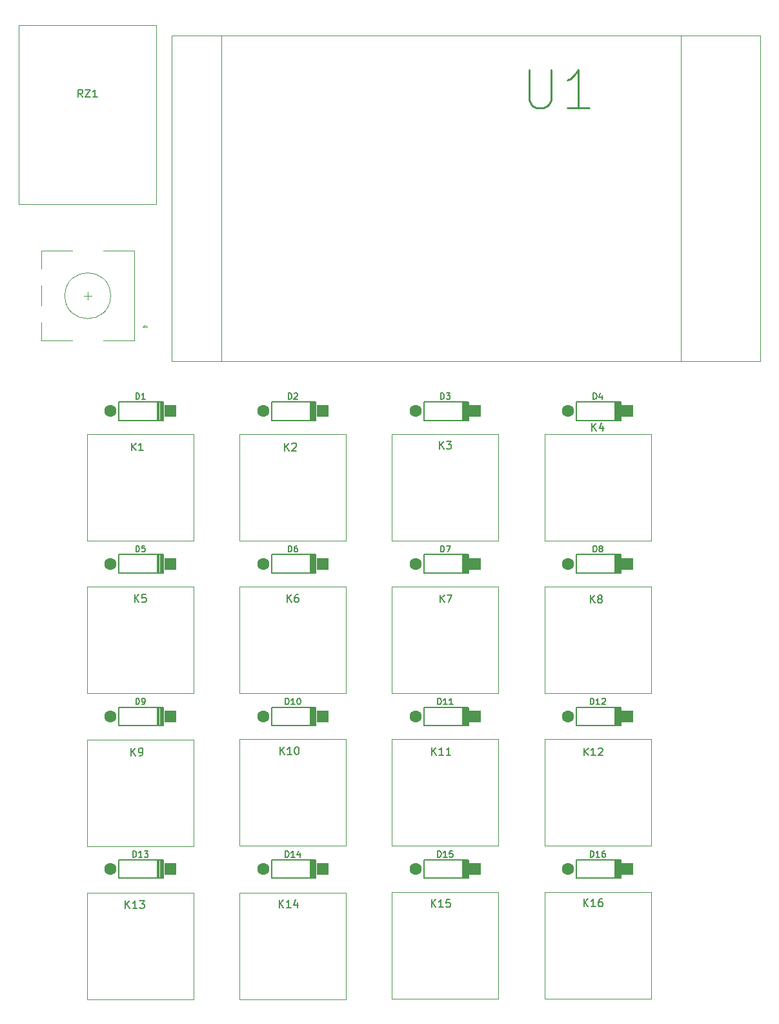
<source format=gbr>
%TF.GenerationSoftware,KiCad,Pcbnew,(6.0.4)*%
%TF.CreationDate,2022-05-01T23:44:28+08:00*%
%TF.ProjectId,RP2040_16Key_ili9341_LCD_keypad,52503230-3430-45f3-9136-4b65795f696c,rev?*%
%TF.SameCoordinates,Original*%
%TF.FileFunction,Legend,Top*%
%TF.FilePolarity,Positive*%
%FSLAX46Y46*%
G04 Gerber Fmt 4.6, Leading zero omitted, Abs format (unit mm)*
G04 Created by KiCad (PCBNEW (6.0.4)) date 2022-05-01 23:44:28*
%MOMM*%
%LPD*%
G01*
G04 APERTURE LIST*
%ADD10C,0.150000*%
%ADD11C,0.250000*%
%ADD12C,0.120000*%
%ADD13C,0.200000*%
%ADD14R,1.600000X1.600000*%
%ADD15C,1.600000*%
G04 APERTURE END LIST*
D10*
%TO.C,K4*%
X121948571Y-88838380D02*
X121948571Y-87838380D01*
X122520000Y-88838380D02*
X122091428Y-88266952D01*
X122520000Y-87838380D02*
X121948571Y-88409809D01*
X123377143Y-88171714D02*
X123377143Y-88838380D01*
X123139047Y-87790761D02*
X122900952Y-88505047D01*
X123520000Y-88505047D01*
%TO.C,D7*%
X102096190Y-104696904D02*
X102096190Y-103896904D01*
X102286667Y-103896904D01*
X102400952Y-103935000D01*
X102477143Y-104011190D01*
X102515238Y-104087380D01*
X102553333Y-104239761D01*
X102553333Y-104354047D01*
X102515238Y-104506428D01*
X102477143Y-104582619D01*
X102400952Y-104658809D01*
X102286667Y-104696904D01*
X102096190Y-104696904D01*
X102820000Y-103896904D02*
X103353333Y-103896904D01*
X103010476Y-104696904D01*
%TO.C,D14*%
X81715238Y-144696904D02*
X81715238Y-143896904D01*
X81905714Y-143896904D01*
X82020000Y-143935000D01*
X82096190Y-144011190D01*
X82134286Y-144087380D01*
X82172381Y-144239761D01*
X82172381Y-144354047D01*
X82134286Y-144506428D01*
X82096190Y-144582619D01*
X82020000Y-144658809D01*
X81905714Y-144696904D01*
X81715238Y-144696904D01*
X82934286Y-144696904D02*
X82477143Y-144696904D01*
X82705714Y-144696904D02*
X82705714Y-143896904D01*
X82629524Y-144011190D01*
X82553333Y-144087380D01*
X82477143Y-144125476D01*
X83620000Y-144163571D02*
X83620000Y-144696904D01*
X83429524Y-143858809D02*
X83239047Y-144430238D01*
X83734286Y-144430238D01*
%TO.C,D13*%
X61715238Y-144696904D02*
X61715238Y-143896904D01*
X61905714Y-143896904D01*
X62020000Y-143935000D01*
X62096190Y-144011190D01*
X62134286Y-144087380D01*
X62172381Y-144239761D01*
X62172381Y-144354047D01*
X62134286Y-144506428D01*
X62096190Y-144582619D01*
X62020000Y-144658809D01*
X61905714Y-144696904D01*
X61715238Y-144696904D01*
X62934286Y-144696904D02*
X62477143Y-144696904D01*
X62705714Y-144696904D02*
X62705714Y-143896904D01*
X62629524Y-144011190D01*
X62553333Y-144087380D01*
X62477143Y-144125476D01*
X63200952Y-143896904D02*
X63696190Y-143896904D01*
X63429524Y-144201666D01*
X63543809Y-144201666D01*
X63620000Y-144239761D01*
X63658095Y-144277857D01*
X63696190Y-144354047D01*
X63696190Y-144544523D01*
X63658095Y-144620714D01*
X63620000Y-144658809D01*
X63543809Y-144696904D01*
X63315238Y-144696904D01*
X63239047Y-144658809D01*
X63200952Y-144620714D01*
%TO.C,D10*%
X81715238Y-124696904D02*
X81715238Y-123896904D01*
X81905714Y-123896904D01*
X82020000Y-123935000D01*
X82096190Y-124011190D01*
X82134286Y-124087380D01*
X82172381Y-124239761D01*
X82172381Y-124354047D01*
X82134286Y-124506428D01*
X82096190Y-124582619D01*
X82020000Y-124658809D01*
X81905714Y-124696904D01*
X81715238Y-124696904D01*
X82934286Y-124696904D02*
X82477143Y-124696904D01*
X82705714Y-124696904D02*
X82705714Y-123896904D01*
X82629524Y-124011190D01*
X82553333Y-124087380D01*
X82477143Y-124125476D01*
X83429524Y-123896904D02*
X83505714Y-123896904D01*
X83581905Y-123935000D01*
X83620000Y-123973095D01*
X83658095Y-124049285D01*
X83696190Y-124201666D01*
X83696190Y-124392142D01*
X83658095Y-124544523D01*
X83620000Y-124620714D01*
X83581905Y-124658809D01*
X83505714Y-124696904D01*
X83429524Y-124696904D01*
X83353333Y-124658809D01*
X83315238Y-124620714D01*
X83277143Y-124544523D01*
X83239047Y-124392142D01*
X83239047Y-124201666D01*
X83277143Y-124049285D01*
X83315238Y-123973095D01*
X83353333Y-123935000D01*
X83429524Y-123896904D01*
%TO.C,K8*%
X121741904Y-111402380D02*
X121741904Y-110402380D01*
X122313333Y-111402380D02*
X121884761Y-110830952D01*
X122313333Y-110402380D02*
X121741904Y-110973809D01*
X122884761Y-110830952D02*
X122789523Y-110783333D01*
X122741904Y-110735714D01*
X122694285Y-110640476D01*
X122694285Y-110592857D01*
X122741904Y-110497619D01*
X122789523Y-110450000D01*
X122884761Y-110402380D01*
X123075238Y-110402380D01*
X123170476Y-110450000D01*
X123218095Y-110497619D01*
X123265714Y-110592857D01*
X123265714Y-110640476D01*
X123218095Y-110735714D01*
X123170476Y-110783333D01*
X123075238Y-110830952D01*
X122884761Y-110830952D01*
X122789523Y-110878571D01*
X122741904Y-110926190D01*
X122694285Y-111021428D01*
X122694285Y-111211904D01*
X122741904Y-111307142D01*
X122789523Y-111354761D01*
X122884761Y-111402380D01*
X123075238Y-111402380D01*
X123170476Y-111354761D01*
X123218095Y-111307142D01*
X123265714Y-111211904D01*
X123265714Y-111021428D01*
X123218095Y-110926190D01*
X123170476Y-110878571D01*
X123075238Y-110830952D01*
%TO.C,D4*%
X122096190Y-84696904D02*
X122096190Y-83896904D01*
X122286667Y-83896904D01*
X122400952Y-83935000D01*
X122477143Y-84011190D01*
X122515238Y-84087380D01*
X122553333Y-84239761D01*
X122553333Y-84354047D01*
X122515238Y-84506428D01*
X122477143Y-84582619D01*
X122400952Y-84658809D01*
X122286667Y-84696904D01*
X122096190Y-84696904D01*
X123239047Y-84163571D02*
X123239047Y-84696904D01*
X123048571Y-83858809D02*
X122858095Y-84430238D01*
X123353333Y-84430238D01*
%TO.C,K5*%
X61931904Y-111302380D02*
X61931904Y-110302380D01*
X62503333Y-111302380D02*
X62074761Y-110730952D01*
X62503333Y-110302380D02*
X61931904Y-110873809D01*
X63408095Y-110302380D02*
X62931904Y-110302380D01*
X62884285Y-110778571D01*
X62931904Y-110730952D01*
X63027142Y-110683333D01*
X63265238Y-110683333D01*
X63360476Y-110730952D01*
X63408095Y-110778571D01*
X63455714Y-110873809D01*
X63455714Y-111111904D01*
X63408095Y-111207142D01*
X63360476Y-111254761D01*
X63265238Y-111302380D01*
X63027142Y-111302380D01*
X62931904Y-111254761D01*
X62884285Y-111207142D01*
%TO.C,D9*%
X62096190Y-124696904D02*
X62096190Y-123896904D01*
X62286667Y-123896904D01*
X62400952Y-123935000D01*
X62477143Y-124011190D01*
X62515238Y-124087380D01*
X62553333Y-124239761D01*
X62553333Y-124354047D01*
X62515238Y-124506428D01*
X62477143Y-124582619D01*
X62400952Y-124658809D01*
X62286667Y-124696904D01*
X62096190Y-124696904D01*
X62934286Y-124696904D02*
X63086667Y-124696904D01*
X63162857Y-124658809D01*
X63200952Y-124620714D01*
X63277143Y-124506428D01*
X63315238Y-124354047D01*
X63315238Y-124049285D01*
X63277143Y-123973095D01*
X63239047Y-123935000D01*
X63162857Y-123896904D01*
X63010476Y-123896904D01*
X62934286Y-123935000D01*
X62896190Y-123973095D01*
X62858095Y-124049285D01*
X62858095Y-124239761D01*
X62896190Y-124315952D01*
X62934286Y-124354047D01*
X63010476Y-124392142D01*
X63162857Y-124392142D01*
X63239047Y-124354047D01*
X63277143Y-124315952D01*
X63315238Y-124239761D01*
%TO.C,K11*%
X100925714Y-131332380D02*
X100925714Y-130332380D01*
X101497142Y-131332380D02*
X101068571Y-130760952D01*
X101497142Y-130332380D02*
X100925714Y-130903809D01*
X102449523Y-131332380D02*
X101878095Y-131332380D01*
X102163809Y-131332380D02*
X102163809Y-130332380D01*
X102068571Y-130475238D01*
X101973333Y-130570476D01*
X101878095Y-130618095D01*
X103401904Y-131332380D02*
X102830476Y-131332380D01*
X103116190Y-131332380D02*
X103116190Y-130332380D01*
X103020952Y-130475238D01*
X102925714Y-130570476D01*
X102830476Y-130618095D01*
%TO.C,K3*%
X101935237Y-91222380D02*
X101935237Y-90222380D01*
X102506666Y-91222380D02*
X102078094Y-90650952D01*
X102506666Y-90222380D02*
X101935237Y-90793809D01*
X102839999Y-90222380D02*
X103459047Y-90222380D01*
X103125713Y-90603333D01*
X103268571Y-90603333D01*
X103363809Y-90650952D01*
X103411428Y-90698571D01*
X103459047Y-90793809D01*
X103459047Y-91031904D01*
X103411428Y-91127142D01*
X103363809Y-91174761D01*
X103268571Y-91222380D01*
X102982856Y-91222380D01*
X102887618Y-91174761D01*
X102839999Y-91127142D01*
%TO.C,D12*%
X121715238Y-124696904D02*
X121715238Y-123896904D01*
X121905714Y-123896904D01*
X122020000Y-123935000D01*
X122096190Y-124011190D01*
X122134286Y-124087380D01*
X122172381Y-124239761D01*
X122172381Y-124354047D01*
X122134286Y-124506428D01*
X122096190Y-124582619D01*
X122020000Y-124658809D01*
X121905714Y-124696904D01*
X121715238Y-124696904D01*
X122934286Y-124696904D02*
X122477143Y-124696904D01*
X122705714Y-124696904D02*
X122705714Y-123896904D01*
X122629524Y-124011190D01*
X122553333Y-124087380D01*
X122477143Y-124125476D01*
X123239047Y-123973095D02*
X123277143Y-123935000D01*
X123353333Y-123896904D01*
X123543809Y-123896904D01*
X123620000Y-123935000D01*
X123658095Y-123973095D01*
X123696190Y-124049285D01*
X123696190Y-124125476D01*
X123658095Y-124239761D01*
X123200952Y-124696904D01*
X123696190Y-124696904D01*
%TO.C,K1*%
X61521904Y-91432380D02*
X61521904Y-90432380D01*
X62093333Y-91432380D02*
X61664761Y-90860952D01*
X62093333Y-90432380D02*
X61521904Y-91003809D01*
X63045714Y-91432380D02*
X62474285Y-91432380D01*
X62760000Y-91432380D02*
X62760000Y-90432380D01*
X62664761Y-90575238D01*
X62569523Y-90670476D01*
X62474285Y-90718095D01*
%TO.C,D1*%
X62096190Y-84696904D02*
X62096190Y-83896904D01*
X62286667Y-83896904D01*
X62400952Y-83935000D01*
X62477143Y-84011190D01*
X62515238Y-84087380D01*
X62553333Y-84239761D01*
X62553333Y-84354047D01*
X62515238Y-84506428D01*
X62477143Y-84582619D01*
X62400952Y-84658809D01*
X62286667Y-84696904D01*
X62096190Y-84696904D01*
X63315238Y-84696904D02*
X62858095Y-84696904D01*
X63086667Y-84696904D02*
X63086667Y-83896904D01*
X63010476Y-84011190D01*
X62934286Y-84087380D01*
X62858095Y-84125476D01*
%TO.C,D2*%
X82096190Y-84696904D02*
X82096190Y-83896904D01*
X82286667Y-83896904D01*
X82400952Y-83935000D01*
X82477143Y-84011190D01*
X82515238Y-84087380D01*
X82553333Y-84239761D01*
X82553333Y-84354047D01*
X82515238Y-84506428D01*
X82477143Y-84582619D01*
X82400952Y-84658809D01*
X82286667Y-84696904D01*
X82096190Y-84696904D01*
X82858095Y-83973095D02*
X82896190Y-83935000D01*
X82972381Y-83896904D01*
X83162857Y-83896904D01*
X83239047Y-83935000D01*
X83277143Y-83973095D01*
X83315238Y-84049285D01*
X83315238Y-84125476D01*
X83277143Y-84239761D01*
X82820000Y-84696904D01*
X83315238Y-84696904D01*
%TO.C,D11*%
X101715238Y-124696904D02*
X101715238Y-123896904D01*
X101905714Y-123896904D01*
X102020000Y-123935000D01*
X102096190Y-124011190D01*
X102134286Y-124087380D01*
X102172381Y-124239761D01*
X102172381Y-124354047D01*
X102134286Y-124506428D01*
X102096190Y-124582619D01*
X102020000Y-124658809D01*
X101905714Y-124696904D01*
X101715238Y-124696904D01*
X102934286Y-124696904D02*
X102477143Y-124696904D01*
X102705714Y-124696904D02*
X102705714Y-123896904D01*
X102629524Y-124011190D01*
X102553333Y-124087380D01*
X102477143Y-124125476D01*
X103696190Y-124696904D02*
X103239047Y-124696904D01*
X103467619Y-124696904D02*
X103467619Y-123896904D01*
X103391428Y-124011190D01*
X103315238Y-124087380D01*
X103239047Y-124125476D01*
%TO.C,K10*%
X81015714Y-131272380D02*
X81015714Y-130272380D01*
X81587142Y-131272380D02*
X81158571Y-130700952D01*
X81587142Y-130272380D02*
X81015714Y-130843809D01*
X82539523Y-131272380D02*
X81968095Y-131272380D01*
X82253809Y-131272380D02*
X82253809Y-130272380D01*
X82158571Y-130415238D01*
X82063333Y-130510476D01*
X81968095Y-130558095D01*
X83158571Y-130272380D02*
X83253809Y-130272380D01*
X83349047Y-130320000D01*
X83396666Y-130367619D01*
X83444285Y-130462857D01*
X83491904Y-130653333D01*
X83491904Y-130891428D01*
X83444285Y-131081904D01*
X83396666Y-131177142D01*
X83349047Y-131224761D01*
X83253809Y-131272380D01*
X83158571Y-131272380D01*
X83063333Y-131224761D01*
X83015714Y-131177142D01*
X82968095Y-131081904D01*
X82920476Y-130891428D01*
X82920476Y-130653333D01*
X82968095Y-130462857D01*
X83015714Y-130367619D01*
X83063333Y-130320000D01*
X83158571Y-130272380D01*
%TO.C,K16*%
X120855714Y-151192380D02*
X120855714Y-150192380D01*
X121427142Y-151192380D02*
X120998571Y-150620952D01*
X121427142Y-150192380D02*
X120855714Y-150763809D01*
X122379523Y-151192380D02*
X121808095Y-151192380D01*
X122093809Y-151192380D02*
X122093809Y-150192380D01*
X121998571Y-150335238D01*
X121903333Y-150430476D01*
X121808095Y-150478095D01*
X123236666Y-150192380D02*
X123046190Y-150192380D01*
X122950952Y-150240000D01*
X122903333Y-150287619D01*
X122808095Y-150430476D01*
X122760476Y-150620952D01*
X122760476Y-151001904D01*
X122808095Y-151097142D01*
X122855714Y-151144761D01*
X122950952Y-151192380D01*
X123141428Y-151192380D01*
X123236666Y-151144761D01*
X123284285Y-151097142D01*
X123331904Y-151001904D01*
X123331904Y-150763809D01*
X123284285Y-150668571D01*
X123236666Y-150620952D01*
X123141428Y-150573333D01*
X122950952Y-150573333D01*
X122855714Y-150620952D01*
X122808095Y-150668571D01*
X122760476Y-150763809D01*
%TO.C,D8*%
X122096190Y-104696904D02*
X122096190Y-103896904D01*
X122286667Y-103896904D01*
X122400952Y-103935000D01*
X122477143Y-104011190D01*
X122515238Y-104087380D01*
X122553333Y-104239761D01*
X122553333Y-104354047D01*
X122515238Y-104506428D01*
X122477143Y-104582619D01*
X122400952Y-104658809D01*
X122286667Y-104696904D01*
X122096190Y-104696904D01*
X123010476Y-104239761D02*
X122934286Y-104201666D01*
X122896190Y-104163571D01*
X122858095Y-104087380D01*
X122858095Y-104049285D01*
X122896190Y-103973095D01*
X122934286Y-103935000D01*
X123010476Y-103896904D01*
X123162857Y-103896904D01*
X123239047Y-103935000D01*
X123277143Y-103973095D01*
X123315238Y-104049285D01*
X123315238Y-104087380D01*
X123277143Y-104163571D01*
X123239047Y-104201666D01*
X123162857Y-104239761D01*
X123010476Y-104239761D01*
X122934286Y-104277857D01*
X122896190Y-104315952D01*
X122858095Y-104392142D01*
X122858095Y-104544523D01*
X122896190Y-104620714D01*
X122934286Y-104658809D01*
X123010476Y-104696904D01*
X123162857Y-104696904D01*
X123239047Y-104658809D01*
X123277143Y-104620714D01*
X123315238Y-104544523D01*
X123315238Y-104392142D01*
X123277143Y-104315952D01*
X123239047Y-104277857D01*
X123162857Y-104239761D01*
%TO.C,K7*%
X102001904Y-111322380D02*
X102001904Y-110322380D01*
X102573333Y-111322380D02*
X102144761Y-110750952D01*
X102573333Y-110322380D02*
X102001904Y-110893809D01*
X102906666Y-110322380D02*
X103573333Y-110322380D01*
X103144761Y-111322380D01*
%TO.C,K15*%
X100885714Y-151262380D02*
X100885714Y-150262380D01*
X101457142Y-151262380D02*
X101028571Y-150690952D01*
X101457142Y-150262380D02*
X100885714Y-150833809D01*
X102409523Y-151262380D02*
X101838095Y-151262380D01*
X102123809Y-151262380D02*
X102123809Y-150262380D01*
X102028571Y-150405238D01*
X101933333Y-150500476D01*
X101838095Y-150548095D01*
X103314285Y-150262380D02*
X102838095Y-150262380D01*
X102790476Y-150738571D01*
X102838095Y-150690952D01*
X102933333Y-150643333D01*
X103171428Y-150643333D01*
X103266666Y-150690952D01*
X103314285Y-150738571D01*
X103361904Y-150833809D01*
X103361904Y-151071904D01*
X103314285Y-151167142D01*
X103266666Y-151214761D01*
X103171428Y-151262380D01*
X102933333Y-151262380D01*
X102838095Y-151214761D01*
X102790476Y-151167142D01*
%TO.C,K13*%
X60735714Y-151422380D02*
X60735714Y-150422380D01*
X61307142Y-151422380D02*
X60878571Y-150850952D01*
X61307142Y-150422380D02*
X60735714Y-150993809D01*
X62259523Y-151422380D02*
X61688095Y-151422380D01*
X61973809Y-151422380D02*
X61973809Y-150422380D01*
X61878571Y-150565238D01*
X61783333Y-150660476D01*
X61688095Y-150708095D01*
X62592857Y-150422380D02*
X63211904Y-150422380D01*
X62878571Y-150803333D01*
X63021428Y-150803333D01*
X63116666Y-150850952D01*
X63164285Y-150898571D01*
X63211904Y-150993809D01*
X63211904Y-151231904D01*
X63164285Y-151327142D01*
X63116666Y-151374761D01*
X63021428Y-151422380D01*
X62735714Y-151422380D01*
X62640476Y-151374761D01*
X62592857Y-151327142D01*
%TO.C,D15*%
X101715238Y-144696904D02*
X101715238Y-143896904D01*
X101905714Y-143896904D01*
X102020000Y-143935000D01*
X102096190Y-144011190D01*
X102134286Y-144087380D01*
X102172381Y-144239761D01*
X102172381Y-144354047D01*
X102134286Y-144506428D01*
X102096190Y-144582619D01*
X102020000Y-144658809D01*
X101905714Y-144696904D01*
X101715238Y-144696904D01*
X102934286Y-144696904D02*
X102477143Y-144696904D01*
X102705714Y-144696904D02*
X102705714Y-143896904D01*
X102629524Y-144011190D01*
X102553333Y-144087380D01*
X102477143Y-144125476D01*
X103658095Y-143896904D02*
X103277143Y-143896904D01*
X103239047Y-144277857D01*
X103277143Y-144239761D01*
X103353333Y-144201666D01*
X103543809Y-144201666D01*
X103620000Y-144239761D01*
X103658095Y-144277857D01*
X103696190Y-144354047D01*
X103696190Y-144544523D01*
X103658095Y-144620714D01*
X103620000Y-144658809D01*
X103543809Y-144696904D01*
X103353333Y-144696904D01*
X103277143Y-144658809D01*
X103239047Y-144620714D01*
%TO.C,D5*%
X62096190Y-104696904D02*
X62096190Y-103896904D01*
X62286667Y-103896904D01*
X62400952Y-103935000D01*
X62477143Y-104011190D01*
X62515238Y-104087380D01*
X62553333Y-104239761D01*
X62553333Y-104354047D01*
X62515238Y-104506428D01*
X62477143Y-104582619D01*
X62400952Y-104658809D01*
X62286667Y-104696904D01*
X62096190Y-104696904D01*
X63277143Y-103896904D02*
X62896190Y-103896904D01*
X62858095Y-104277857D01*
X62896190Y-104239761D01*
X62972381Y-104201666D01*
X63162857Y-104201666D01*
X63239047Y-104239761D01*
X63277143Y-104277857D01*
X63315238Y-104354047D01*
X63315238Y-104544523D01*
X63277143Y-104620714D01*
X63239047Y-104658809D01*
X63162857Y-104696904D01*
X62972381Y-104696904D01*
X62896190Y-104658809D01*
X62858095Y-104620714D01*
%TO.C,D16*%
X121715238Y-144696904D02*
X121715238Y-143896904D01*
X121905714Y-143896904D01*
X122020000Y-143935000D01*
X122096190Y-144011190D01*
X122134286Y-144087380D01*
X122172381Y-144239761D01*
X122172381Y-144354047D01*
X122134286Y-144506428D01*
X122096190Y-144582619D01*
X122020000Y-144658809D01*
X121905714Y-144696904D01*
X121715238Y-144696904D01*
X122934286Y-144696904D02*
X122477143Y-144696904D01*
X122705714Y-144696904D02*
X122705714Y-143896904D01*
X122629524Y-144011190D01*
X122553333Y-144087380D01*
X122477143Y-144125476D01*
X123620000Y-143896904D02*
X123467619Y-143896904D01*
X123391428Y-143935000D01*
X123353333Y-143973095D01*
X123277143Y-144087380D01*
X123239047Y-144239761D01*
X123239047Y-144544523D01*
X123277143Y-144620714D01*
X123315238Y-144658809D01*
X123391428Y-144696904D01*
X123543809Y-144696904D01*
X123620000Y-144658809D01*
X123658095Y-144620714D01*
X123696190Y-144544523D01*
X123696190Y-144354047D01*
X123658095Y-144277857D01*
X123620000Y-144239761D01*
X123543809Y-144201666D01*
X123391428Y-144201666D01*
X123315238Y-144239761D01*
X123277143Y-144277857D01*
X123239047Y-144354047D01*
%TO.C,K12*%
X120875714Y-131392380D02*
X120875714Y-130392380D01*
X121447142Y-131392380D02*
X121018571Y-130820952D01*
X121447142Y-130392380D02*
X120875714Y-130963809D01*
X122399523Y-131392380D02*
X121828095Y-131392380D01*
X122113809Y-131392380D02*
X122113809Y-130392380D01*
X122018571Y-130535238D01*
X121923333Y-130630476D01*
X121828095Y-130678095D01*
X122780476Y-130487619D02*
X122828095Y-130440000D01*
X122923333Y-130392380D01*
X123161428Y-130392380D01*
X123256666Y-130440000D01*
X123304285Y-130487619D01*
X123351904Y-130582857D01*
X123351904Y-130678095D01*
X123304285Y-130820952D01*
X122732857Y-131392380D01*
X123351904Y-131392380D01*
D11*
%TO.C,U1*%
X113680476Y-41491904D02*
X113680476Y-45539523D01*
X113918571Y-46015714D01*
X114156666Y-46253809D01*
X114632857Y-46491904D01*
X115585238Y-46491904D01*
X116061428Y-46253809D01*
X116299523Y-46015714D01*
X116537619Y-45539523D01*
X116537619Y-41491904D01*
X121537619Y-46491904D02*
X118680476Y-46491904D01*
X120109047Y-46491904D02*
X120109047Y-41491904D01*
X119632857Y-42206190D01*
X119156666Y-42682380D01*
X118680476Y-42920476D01*
D10*
%TO.C,D6*%
X82096190Y-104696904D02*
X82096190Y-103896904D01*
X82286667Y-103896904D01*
X82400952Y-103935000D01*
X82477143Y-104011190D01*
X82515238Y-104087380D01*
X82553333Y-104239761D01*
X82553333Y-104354047D01*
X82515238Y-104506428D01*
X82477143Y-104582619D01*
X82400952Y-104658809D01*
X82286667Y-104696904D01*
X82096190Y-104696904D01*
X83239047Y-103896904D02*
X83086667Y-103896904D01*
X83010476Y-103935000D01*
X82972381Y-103973095D01*
X82896190Y-104087380D01*
X82858095Y-104239761D01*
X82858095Y-104544523D01*
X82896190Y-104620714D01*
X82934286Y-104658809D01*
X83010476Y-104696904D01*
X83162857Y-104696904D01*
X83239047Y-104658809D01*
X83277143Y-104620714D01*
X83315238Y-104544523D01*
X83315238Y-104354047D01*
X83277143Y-104277857D01*
X83239047Y-104239761D01*
X83162857Y-104201666D01*
X83010476Y-104201666D01*
X82934286Y-104239761D01*
X82896190Y-104277857D01*
X82858095Y-104354047D01*
%TO.C,RZ1*%
X55122142Y-45112380D02*
X54788809Y-44636190D01*
X54550714Y-45112380D02*
X54550714Y-44112380D01*
X54931666Y-44112380D01*
X55026904Y-44160000D01*
X55074523Y-44207619D01*
X55122142Y-44302857D01*
X55122142Y-44445714D01*
X55074523Y-44540952D01*
X55026904Y-44588571D01*
X54931666Y-44636190D01*
X54550714Y-44636190D01*
X55455476Y-44112380D02*
X56122142Y-44112380D01*
X55455476Y-45112380D01*
X56122142Y-45112380D01*
X57026904Y-45112380D02*
X56455476Y-45112380D01*
X56741190Y-45112380D02*
X56741190Y-44112380D01*
X56645952Y-44255238D01*
X56550714Y-44350476D01*
X56455476Y-44398095D01*
%TO.C,K6*%
X81941904Y-111282380D02*
X81941904Y-110282380D01*
X82513333Y-111282380D02*
X82084761Y-110710952D01*
X82513333Y-110282380D02*
X81941904Y-110853809D01*
X83370476Y-110282380D02*
X83180000Y-110282380D01*
X83084761Y-110330000D01*
X83037142Y-110377619D01*
X82941904Y-110520476D01*
X82894285Y-110710952D01*
X82894285Y-111091904D01*
X82941904Y-111187142D01*
X82989523Y-111234761D01*
X83084761Y-111282380D01*
X83275238Y-111282380D01*
X83370476Y-111234761D01*
X83418095Y-111187142D01*
X83465714Y-111091904D01*
X83465714Y-110853809D01*
X83418095Y-110758571D01*
X83370476Y-110710952D01*
X83275238Y-110663333D01*
X83084761Y-110663333D01*
X82989523Y-110710952D01*
X82941904Y-110758571D01*
X82894285Y-110853809D01*
%TO.C,K2*%
X81621904Y-91452380D02*
X81621904Y-90452380D01*
X82193333Y-91452380D02*
X81764761Y-90880952D01*
X82193333Y-90452380D02*
X81621904Y-91023809D01*
X82574285Y-90547619D02*
X82621904Y-90500000D01*
X82717142Y-90452380D01*
X82955238Y-90452380D01*
X83050476Y-90500000D01*
X83098095Y-90547619D01*
X83145714Y-90642857D01*
X83145714Y-90738095D01*
X83098095Y-90880952D01*
X82526666Y-91452380D01*
X83145714Y-91452380D01*
%TO.C,K9*%
X61481904Y-131412380D02*
X61481904Y-130412380D01*
X62053333Y-131412380D02*
X61624761Y-130840952D01*
X62053333Y-130412380D02*
X61481904Y-130983809D01*
X62529523Y-131412380D02*
X62720000Y-131412380D01*
X62815238Y-131364761D01*
X62862857Y-131317142D01*
X62958095Y-131174285D01*
X63005714Y-130983809D01*
X63005714Y-130602857D01*
X62958095Y-130507619D01*
X62910476Y-130460000D01*
X62815238Y-130412380D01*
X62624761Y-130412380D01*
X62529523Y-130460000D01*
X62481904Y-130507619D01*
X62434285Y-130602857D01*
X62434285Y-130840952D01*
X62481904Y-130936190D01*
X62529523Y-130983809D01*
X62624761Y-131031428D01*
X62815238Y-131031428D01*
X62910476Y-130983809D01*
X62958095Y-130936190D01*
X63005714Y-130840952D01*
%TO.C,K14*%
X80895714Y-151322380D02*
X80895714Y-150322380D01*
X81467142Y-151322380D02*
X81038571Y-150750952D01*
X81467142Y-150322380D02*
X80895714Y-150893809D01*
X82419523Y-151322380D02*
X81848095Y-151322380D01*
X82133809Y-151322380D02*
X82133809Y-150322380D01*
X82038571Y-150465238D01*
X81943333Y-150560476D01*
X81848095Y-150608095D01*
X83276666Y-150655714D02*
X83276666Y-151322380D01*
X83038571Y-150274761D02*
X82800476Y-150989047D01*
X83419523Y-150989047D01*
%TO.C,D3*%
X102096190Y-84696904D02*
X102096190Y-83896904D01*
X102286667Y-83896904D01*
X102400952Y-83935000D01*
X102477143Y-84011190D01*
X102515238Y-84087380D01*
X102553333Y-84239761D01*
X102553333Y-84354047D01*
X102515238Y-84506428D01*
X102477143Y-84582619D01*
X102400952Y-84658809D01*
X102286667Y-84696904D01*
X102096190Y-84696904D01*
X102820000Y-83896904D02*
X103315238Y-83896904D01*
X103048571Y-84201666D01*
X103162857Y-84201666D01*
X103239047Y-84239761D01*
X103277143Y-84277857D01*
X103315238Y-84354047D01*
X103315238Y-84544523D01*
X103277143Y-84620714D01*
X103239047Y-84658809D01*
X103162857Y-84696904D01*
X102934286Y-84696904D01*
X102858095Y-84658809D01*
X102820000Y-84620714D01*
D12*
%TO.C,K4*%
X115701667Y-89275000D02*
X129671667Y-89275000D01*
X129671667Y-89275000D02*
X129671667Y-103245000D01*
X129671667Y-103245000D02*
X115701667Y-103245000D01*
X115701667Y-103245000D02*
X115701667Y-89275000D01*
D13*
%TO.C,D7*%
X105711667Y-105060000D02*
X105711667Y-107460000D01*
X105136667Y-107460000D02*
X105136667Y-105060000D01*
X99886667Y-107460000D02*
X99886667Y-105060000D01*
X105311667Y-107460000D02*
X105311667Y-105060000D01*
X105611667Y-107460000D02*
X105611667Y-105060000D01*
X99886667Y-105060000D02*
X105686667Y-105060000D01*
X104961667Y-107460000D02*
X104961667Y-105060000D01*
X105486667Y-107460000D02*
X105486667Y-105060000D01*
X105686667Y-107460000D02*
X99886667Y-107460000D01*
%TO.C,D14*%
X85711667Y-145060000D02*
X85711667Y-147460000D01*
X85136667Y-147460000D02*
X85136667Y-145060000D01*
X79886667Y-145060000D02*
X85686667Y-145060000D01*
X79886667Y-147460000D02*
X79886667Y-145060000D01*
X85611667Y-147460000D02*
X85611667Y-145060000D01*
X85311667Y-147460000D02*
X85311667Y-145060000D01*
X85686667Y-147460000D02*
X79886667Y-147460000D01*
X84961667Y-147460000D02*
X84961667Y-145060000D01*
X85486667Y-147460000D02*
X85486667Y-145060000D01*
%TO.C,D13*%
X65611667Y-147460000D02*
X65611667Y-145060000D01*
X64961667Y-147460000D02*
X64961667Y-145060000D01*
X65136667Y-147460000D02*
X65136667Y-145060000D01*
X65486667Y-147460000D02*
X65486667Y-145060000D01*
X65711667Y-145060000D02*
X65711667Y-147460000D01*
X59886667Y-145060000D02*
X65686667Y-145060000D01*
X59886667Y-147460000D02*
X59886667Y-145060000D01*
X65311667Y-147460000D02*
X65311667Y-145060000D01*
X65686667Y-147460000D02*
X59886667Y-147460000D01*
%TO.C,D10*%
X79886667Y-127460000D02*
X79886667Y-125060000D01*
X85311667Y-127460000D02*
X85311667Y-125060000D01*
X85711667Y-125060000D02*
X85711667Y-127460000D01*
X85486667Y-127460000D02*
X85486667Y-125060000D01*
X84961667Y-127460000D02*
X84961667Y-125060000D01*
X79886667Y-125060000D02*
X85686667Y-125060000D01*
X85136667Y-127460000D02*
X85136667Y-125060000D01*
X85686667Y-127460000D02*
X79886667Y-127460000D01*
X85611667Y-127460000D02*
X85611667Y-125060000D01*
D12*
%TO.C,K8*%
X129671667Y-109275000D02*
X129671667Y-123245000D01*
X115701667Y-109275000D02*
X129671667Y-109275000D01*
X129671667Y-123245000D02*
X115701667Y-123245000D01*
X115701667Y-123245000D02*
X115701667Y-109275000D01*
D13*
%TO.C,D4*%
X125711667Y-85060000D02*
X125711667Y-87460000D01*
X125686667Y-87460000D02*
X119886667Y-87460000D01*
X125486667Y-87460000D02*
X125486667Y-85060000D01*
X119886667Y-85060000D02*
X125686667Y-85060000D01*
X125611667Y-87460000D02*
X125611667Y-85060000D01*
X119886667Y-87460000D02*
X119886667Y-85060000D01*
X125311667Y-87460000D02*
X125311667Y-85060000D01*
X124961667Y-87460000D02*
X124961667Y-85060000D01*
X125136667Y-87460000D02*
X125136667Y-85060000D01*
D12*
%TO.C,K5*%
X69631667Y-109275000D02*
X69631667Y-123245000D01*
X55661667Y-109275000D02*
X69631667Y-109275000D01*
X55661667Y-123245000D02*
X55661667Y-109275000D01*
X69631667Y-123245000D02*
X55661667Y-123245000D01*
D13*
%TO.C,D9*%
X65611667Y-127460000D02*
X65611667Y-125060000D01*
X65486667Y-127460000D02*
X65486667Y-125060000D01*
X64961667Y-127460000D02*
X64961667Y-125060000D01*
X65711667Y-125060000D02*
X65711667Y-127460000D01*
X65311667Y-127460000D02*
X65311667Y-125060000D01*
X59886667Y-125060000D02*
X65686667Y-125060000D01*
X65686667Y-127460000D02*
X59886667Y-127460000D01*
X59886667Y-127460000D02*
X59886667Y-125060000D01*
X65136667Y-127460000D02*
X65136667Y-125060000D01*
D12*
%TO.C,K11*%
X95701667Y-143245000D02*
X95701667Y-129275000D01*
X95701667Y-129275000D02*
X109671667Y-129275000D01*
X109671667Y-143245000D02*
X95701667Y-143245000D01*
X109671667Y-129275000D02*
X109671667Y-143245000D01*
%TO.C,K3*%
X95688333Y-89275000D02*
X109658333Y-89275000D01*
X95688333Y-103245000D02*
X95688333Y-89275000D01*
X109658333Y-103245000D02*
X95688333Y-103245000D01*
X109658333Y-89275000D02*
X109658333Y-103245000D01*
D13*
%TO.C,D12*%
X119886667Y-125060000D02*
X125686667Y-125060000D01*
X119886667Y-127460000D02*
X119886667Y-125060000D01*
X124961667Y-127460000D02*
X124961667Y-125060000D01*
X125486667Y-127460000D02*
X125486667Y-125060000D01*
X125136667Y-127460000D02*
X125136667Y-125060000D01*
X125711667Y-125060000D02*
X125711667Y-127460000D01*
X125311667Y-127460000D02*
X125311667Y-125060000D01*
X125686667Y-127460000D02*
X119886667Y-127460000D01*
X125611667Y-127460000D02*
X125611667Y-125060000D01*
D12*
%TO.C,K1*%
X55661667Y-103245000D02*
X55661667Y-89275000D01*
X69631667Y-103245000D02*
X55661667Y-103245000D01*
X69631667Y-89275000D02*
X69631667Y-103245000D01*
X55661667Y-89275000D02*
X69631667Y-89275000D01*
%TO.C,SW1*%
X56280000Y-71140000D02*
X55280000Y-71140000D01*
X49680000Y-67640000D02*
X49680000Y-65240000D01*
X55780000Y-71640000D02*
X55780000Y-70640000D01*
X63280000Y-74940000D02*
X63580000Y-75240000D01*
X49680000Y-72440000D02*
X49680000Y-69840000D01*
X49680000Y-77040000D02*
X49680000Y-74640000D01*
X49680000Y-65240000D02*
X53780000Y-65240000D01*
X53780000Y-77040000D02*
X49680000Y-77040000D01*
X62980000Y-75240000D02*
X63280000Y-74940000D01*
X63580000Y-75240000D02*
X62980000Y-75240000D01*
X61880000Y-77040000D02*
X61880000Y-65240000D01*
X57780000Y-65240000D02*
X61880000Y-65240000D01*
X57780000Y-77040000D02*
X61880000Y-77040000D01*
X58780000Y-71140000D02*
G75*
G03*
X58780000Y-71140000I-3000000J0D01*
G01*
D13*
%TO.C,D1*%
X59886667Y-87460000D02*
X59886667Y-85060000D01*
X59886667Y-85060000D02*
X65686667Y-85060000D01*
X65711667Y-85060000D02*
X65711667Y-87460000D01*
X65136667Y-87460000D02*
X65136667Y-85060000D01*
X65486667Y-87460000D02*
X65486667Y-85060000D01*
X64961667Y-87460000D02*
X64961667Y-85060000D01*
X65686667Y-87460000D02*
X59886667Y-87460000D01*
X65311667Y-87460000D02*
X65311667Y-85060000D01*
X65611667Y-87460000D02*
X65611667Y-85060000D01*
%TO.C,D2*%
X84961667Y-87460000D02*
X84961667Y-85060000D01*
X79886667Y-87460000D02*
X79886667Y-85060000D01*
X85486667Y-87460000D02*
X85486667Y-85060000D01*
X85311667Y-87460000D02*
X85311667Y-85060000D01*
X85136667Y-87460000D02*
X85136667Y-85060000D01*
X79886667Y-85060000D02*
X85686667Y-85060000D01*
X85686667Y-87460000D02*
X79886667Y-87460000D01*
X85711667Y-85060000D02*
X85711667Y-87460000D01*
X85611667Y-87460000D02*
X85611667Y-85060000D01*
%TO.C,D11*%
X99886667Y-127460000D02*
X99886667Y-125060000D01*
X105611667Y-127460000D02*
X105611667Y-125060000D01*
X105311667Y-127460000D02*
X105311667Y-125060000D01*
X104961667Y-127460000D02*
X104961667Y-125060000D01*
X105136667Y-127460000D02*
X105136667Y-125060000D01*
X105711667Y-125060000D02*
X105711667Y-127460000D01*
X105686667Y-127460000D02*
X99886667Y-127460000D01*
X99886667Y-125060000D02*
X105686667Y-125060000D01*
X105486667Y-127460000D02*
X105486667Y-125060000D01*
D12*
%TO.C,K10*%
X89671667Y-129275000D02*
X89671667Y-143245000D01*
X75701667Y-129275000D02*
X89671667Y-129275000D01*
X75701667Y-143245000D02*
X75701667Y-129275000D01*
X89671667Y-143245000D02*
X75701667Y-143245000D01*
%TO.C,K16*%
X115701667Y-163245000D02*
X115701667Y-149275000D01*
X115701667Y-149275000D02*
X129671667Y-149275000D01*
X129671667Y-149275000D02*
X129671667Y-163245000D01*
X129671667Y-163245000D02*
X115701667Y-163245000D01*
D13*
%TO.C,D8*%
X125711667Y-105060000D02*
X125711667Y-107460000D01*
X125136667Y-107460000D02*
X125136667Y-105060000D01*
X119886667Y-105060000D02*
X125686667Y-105060000D01*
X119886667Y-107460000D02*
X119886667Y-105060000D01*
X125686667Y-107460000D02*
X119886667Y-107460000D01*
X124961667Y-107460000D02*
X124961667Y-105060000D01*
X125311667Y-107460000D02*
X125311667Y-105060000D01*
X125486667Y-107460000D02*
X125486667Y-105060000D01*
X125611667Y-107460000D02*
X125611667Y-105060000D01*
D12*
%TO.C,K7*%
X109658333Y-109275000D02*
X109658333Y-123245000D01*
X95688333Y-109275000D02*
X109658333Y-109275000D01*
X109658333Y-123245000D02*
X95688333Y-123245000D01*
X95688333Y-123245000D02*
X95688333Y-109275000D01*
%TO.C,K15*%
X109671667Y-149275000D02*
X109671667Y-163245000D01*
X95701667Y-163245000D02*
X95701667Y-149275000D01*
X109671667Y-163245000D02*
X95701667Y-163245000D01*
X95701667Y-149275000D02*
X109671667Y-149275000D01*
%TO.C,K13*%
X55701667Y-149355000D02*
X69671667Y-149355000D01*
X55701667Y-163325000D02*
X55701667Y-149355000D01*
X69671667Y-163325000D02*
X55701667Y-163325000D01*
X69671667Y-149355000D02*
X69671667Y-163325000D01*
D13*
%TO.C,D15*%
X105311667Y-147460000D02*
X105311667Y-145060000D01*
X104961667Y-147460000D02*
X104961667Y-145060000D01*
X105136667Y-147460000D02*
X105136667Y-145060000D01*
X99886667Y-147460000D02*
X99886667Y-145060000D01*
X99886667Y-145060000D02*
X105686667Y-145060000D01*
X105486667Y-147460000D02*
X105486667Y-145060000D01*
X105611667Y-147460000D02*
X105611667Y-145060000D01*
X105711667Y-145060000D02*
X105711667Y-147460000D01*
X105686667Y-147460000D02*
X99886667Y-147460000D01*
%TO.C,D5*%
X65611667Y-107460000D02*
X65611667Y-105060000D01*
X65686667Y-107460000D02*
X59886667Y-107460000D01*
X65311667Y-107460000D02*
X65311667Y-105060000D01*
X59886667Y-107460000D02*
X59886667Y-105060000D01*
X65486667Y-107460000D02*
X65486667Y-105060000D01*
X65136667Y-107460000D02*
X65136667Y-105060000D01*
X64961667Y-107460000D02*
X64961667Y-105060000D01*
X65711667Y-105060000D02*
X65711667Y-107460000D01*
X59886667Y-105060000D02*
X65686667Y-105060000D01*
%TO.C,D16*%
X125136667Y-147460000D02*
X125136667Y-145060000D01*
X125611667Y-147460000D02*
X125611667Y-145060000D01*
X125486667Y-147460000D02*
X125486667Y-145060000D01*
X119886667Y-145060000D02*
X125686667Y-145060000D01*
X125711667Y-145060000D02*
X125711667Y-147460000D01*
X125311667Y-147460000D02*
X125311667Y-145060000D01*
X124961667Y-147460000D02*
X124961667Y-145060000D01*
X125686667Y-147460000D02*
X119886667Y-147460000D01*
X119886667Y-147460000D02*
X119886667Y-145060000D01*
D12*
%TO.C,K12*%
X115701667Y-143245000D02*
X115701667Y-129275000D01*
X129671667Y-143245000D02*
X115701667Y-143245000D01*
X115701667Y-129275000D02*
X129671667Y-129275000D01*
X129671667Y-129275000D02*
X129671667Y-143245000D01*
%TO.C,U1*%
X133600000Y-79730000D02*
X73340000Y-79730000D01*
X73340000Y-79730000D02*
X73340000Y-37010000D01*
X73340000Y-37010000D02*
X133600000Y-37010000D01*
X133600000Y-37010000D02*
X133600000Y-79730000D01*
X144010000Y-79730000D02*
X66830000Y-79730000D01*
X66830000Y-79730000D02*
X66830000Y-37010000D01*
X66830000Y-37010000D02*
X144010000Y-37010000D01*
X144010000Y-37010000D02*
X144010000Y-79730000D01*
D13*
%TO.C,D6*%
X85611667Y-107460000D02*
X85611667Y-105060000D01*
X85711667Y-105060000D02*
X85711667Y-107460000D01*
X79886667Y-105060000D02*
X85686667Y-105060000D01*
X85486667Y-107460000D02*
X85486667Y-105060000D01*
X79886667Y-107460000D02*
X79886667Y-105060000D01*
X85136667Y-107460000D02*
X85136667Y-105060000D01*
X84961667Y-107460000D02*
X84961667Y-105060000D01*
X85311667Y-107460000D02*
X85311667Y-105060000D01*
X85686667Y-107460000D02*
X79886667Y-107460000D01*
D12*
%TO.C,RZ1*%
X46765000Y-35660000D02*
X46765000Y-59160000D01*
X64765000Y-35660000D02*
X46765000Y-35660000D01*
X46765000Y-59160000D02*
X64765000Y-59160000D01*
X64765000Y-59160000D02*
X64765000Y-35660000D01*
%TO.C,K6*%
X75675000Y-123245000D02*
X75675000Y-109275000D01*
X89645000Y-123245000D02*
X75675000Y-123245000D01*
X75675000Y-109275000D02*
X89645000Y-109275000D01*
X89645000Y-109275000D02*
X89645000Y-123245000D01*
%TO.C,K2*%
X75675000Y-103245000D02*
X75675000Y-89275000D01*
X89645000Y-103245000D02*
X75675000Y-103245000D01*
X75675000Y-89275000D02*
X89645000Y-89275000D01*
X89645000Y-89275000D02*
X89645000Y-103245000D01*
%TO.C,K9*%
X69631667Y-129355000D02*
X69631667Y-143325000D01*
X55661667Y-143325000D02*
X55661667Y-129355000D01*
X69631667Y-143325000D02*
X55661667Y-143325000D01*
X55661667Y-129355000D02*
X69631667Y-129355000D01*
%TO.C,K14*%
X89631667Y-149355000D02*
X89631667Y-163325000D01*
X75661667Y-163325000D02*
X75661667Y-149355000D01*
X75661667Y-149355000D02*
X89631667Y-149355000D01*
X89631667Y-163325000D02*
X75661667Y-163325000D01*
D13*
%TO.C,D3*%
X105611667Y-87460000D02*
X105611667Y-85060000D01*
X105711667Y-85060000D02*
X105711667Y-87460000D01*
X104961667Y-87460000D02*
X104961667Y-85060000D01*
X99886667Y-85060000D02*
X105686667Y-85060000D01*
X105136667Y-87460000D02*
X105136667Y-85060000D01*
X105686667Y-87460000D02*
X99886667Y-87460000D01*
X105486667Y-87460000D02*
X105486667Y-85060000D01*
X99886667Y-87460000D02*
X99886667Y-85060000D01*
X105311667Y-87460000D02*
X105311667Y-85060000D01*
%TD*%
D14*
%TO.C,D7*%
X106586667Y-106260000D03*
D15*
X98786667Y-106260000D03*
%TD*%
D14*
%TO.C,D14*%
X86586667Y-146260000D03*
D15*
X78786667Y-146260000D03*
%TD*%
D14*
%TO.C,D13*%
X66586667Y-146260000D03*
D15*
X58786667Y-146260000D03*
%TD*%
D14*
%TO.C,D10*%
X86586667Y-126260000D03*
D15*
X78786667Y-126260000D03*
%TD*%
D14*
%TO.C,D4*%
X126586667Y-86260000D03*
D15*
X118786667Y-86260000D03*
%TD*%
D14*
%TO.C,D9*%
X66586667Y-126260000D03*
D15*
X58786667Y-126260000D03*
%TD*%
D14*
%TO.C,D12*%
X126586667Y-126260000D03*
D15*
X118786667Y-126260000D03*
%TD*%
D14*
%TO.C,D1*%
X66586667Y-86260000D03*
D15*
X58786667Y-86260000D03*
%TD*%
D14*
%TO.C,D2*%
X86586667Y-86260000D03*
D15*
X78786667Y-86260000D03*
%TD*%
D14*
%TO.C,D11*%
X106586667Y-126260000D03*
D15*
X98786667Y-126260000D03*
%TD*%
D14*
%TO.C,D8*%
X126586667Y-106260000D03*
D15*
X118786667Y-106260000D03*
%TD*%
D14*
%TO.C,D15*%
X106586667Y-146260000D03*
D15*
X98786667Y-146260000D03*
%TD*%
D14*
%TO.C,D5*%
X66586667Y-106260000D03*
D15*
X58786667Y-106260000D03*
%TD*%
D14*
%TO.C,D16*%
X126586667Y-146260000D03*
D15*
X118786667Y-146260000D03*
%TD*%
D14*
%TO.C,D6*%
X86586667Y-106260000D03*
D15*
X78786667Y-106260000D03*
%TD*%
D14*
%TO.C,D3*%
X106586667Y-86260000D03*
D15*
X98786667Y-86260000D03*
%TD*%
M02*

</source>
